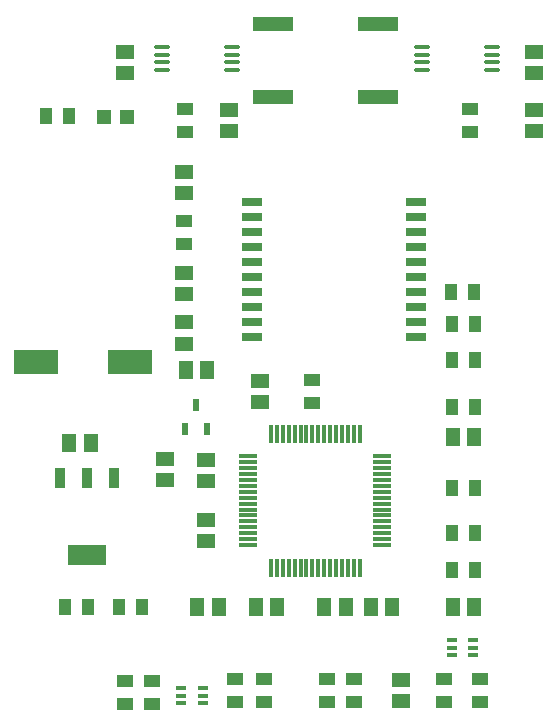
<source format=gtp>
G04*
G04 #@! TF.GenerationSoftware,Altium Limited,Altium Designer,18.1.6 (161)*
G04*
G04 Layer_Color=8421504*
%FSTAX24Y24*%
%MOIN*%
G70*
G01*
G75*
%ADD18R,0.0354X0.0157*%
%ADD19R,0.0531X0.0413*%
G04:AMPARAMS|DCode=20|XSize=61.4mil|YSize=11mil|CornerRadius=2.8mil|HoleSize=0mil|Usage=FLASHONLY|Rotation=0.000|XOffset=0mil|YOffset=0mil|HoleType=Round|Shape=RoundedRectangle|*
%AMROUNDEDRECTD20*
21,1,0.0614,0.0055,0,0,0.0*
21,1,0.0559,0.0110,0,0,0.0*
1,1,0.0055,0.0280,-0.0028*
1,1,0.0055,-0.0280,-0.0028*
1,1,0.0055,-0.0280,0.0028*
1,1,0.0055,0.0280,0.0028*
%
%ADD20ROUNDEDRECTD20*%
G04:AMPARAMS|DCode=21|XSize=61.4mil|YSize=11mil|CornerRadius=2.8mil|HoleSize=0mil|Usage=FLASHONLY|Rotation=270.000|XOffset=0mil|YOffset=0mil|HoleType=Round|Shape=RoundedRectangle|*
%AMROUNDEDRECTD21*
21,1,0.0614,0.0055,0,0,270.0*
21,1,0.0559,0.0110,0,0,270.0*
1,1,0.0055,-0.0028,-0.0280*
1,1,0.0055,-0.0028,0.0280*
1,1,0.0055,0.0028,0.0280*
1,1,0.0055,0.0028,-0.0280*
%
%ADD21ROUNDEDRECTD21*%
%ADD22R,0.0236X0.0394*%
%ADD23R,0.0472X0.0591*%
%ADD24R,0.0591X0.0472*%
%ADD25R,0.0472X0.0512*%
%ADD26R,0.0413X0.0531*%
%ADD27R,0.1358X0.0453*%
%ADD28R,0.1299X0.0650*%
%ADD29R,0.0374X0.0650*%
%ADD30O,0.0572X0.0139*%
%ADD31R,0.0709X0.0304*%
%ADD32R,0.0709X0.0304*%
%ADD33R,0.1500X0.0787*%
D18*
X034992Y024146D02*
D03*
Y024402D02*
D03*
X034283D02*
D03*
Y024146D02*
D03*
Y02389D02*
D03*
X034992D02*
D03*
X025965Y022298D02*
D03*
X025256D02*
D03*
Y022554D02*
D03*
Y02281D02*
D03*
X025965D02*
D03*
Y022554D02*
D03*
D19*
X030125Y023114D02*
D03*
Y022346D02*
D03*
X031003Y023114D02*
D03*
Y022346D02*
D03*
X029625Y032301D02*
D03*
Y033069D02*
D03*
X02534Y038364D02*
D03*
Y037596D02*
D03*
X034874Y041343D02*
D03*
Y042111D02*
D03*
X025374Y041343D02*
D03*
Y042111D02*
D03*
X034005Y023114D02*
D03*
Y022346D02*
D03*
X03522Y023114D02*
D03*
Y022346D02*
D03*
X028029D02*
D03*
Y023114D02*
D03*
X027037Y022346D02*
D03*
Y023114D02*
D03*
X024268Y022266D02*
D03*
Y023034D02*
D03*
X02339Y022256D02*
D03*
Y023024D02*
D03*
D20*
X03196Y030525D02*
D03*
Y030328D02*
D03*
Y030131D02*
D03*
Y029934D02*
D03*
Y029737D02*
D03*
Y029541D02*
D03*
Y029344D02*
D03*
Y029147D02*
D03*
Y02895D02*
D03*
Y028753D02*
D03*
Y028556D02*
D03*
Y028359D02*
D03*
Y028163D02*
D03*
Y027966D02*
D03*
Y027769D02*
D03*
Y027572D02*
D03*
X027488D02*
D03*
Y027769D02*
D03*
Y027966D02*
D03*
Y028163D02*
D03*
Y028359D02*
D03*
Y028556D02*
D03*
Y028753D02*
D03*
Y02895D02*
D03*
Y029147D02*
D03*
Y029344D02*
D03*
Y029541D02*
D03*
Y029737D02*
D03*
Y029934D02*
D03*
Y030131D02*
D03*
Y030328D02*
D03*
Y030525D02*
D03*
D21*
X0312Y026812D02*
D03*
X031003D02*
D03*
X030806D02*
D03*
X03061D02*
D03*
X030413D02*
D03*
X030216D02*
D03*
X030019D02*
D03*
X029822D02*
D03*
X029625D02*
D03*
X029429D02*
D03*
X029232D02*
D03*
X029035D02*
D03*
X028838D02*
D03*
X028641D02*
D03*
X028444D02*
D03*
X028247D02*
D03*
Y031285D02*
D03*
X028444D02*
D03*
X028641D02*
D03*
X028838D02*
D03*
X029035D02*
D03*
X029232D02*
D03*
X029429D02*
D03*
X029625D02*
D03*
X029822D02*
D03*
X030019D02*
D03*
X030216D02*
D03*
X030413D02*
D03*
X03061D02*
D03*
X030806D02*
D03*
X031003D02*
D03*
X0312D02*
D03*
D22*
X025366Y031446D02*
D03*
X026114D02*
D03*
X02574Y032234D02*
D03*
D23*
X03501Y025521D02*
D03*
X034301D02*
D03*
X030026Y025521D02*
D03*
X030734D02*
D03*
X03501Y031165D02*
D03*
X034301D02*
D03*
X028445Y025521D02*
D03*
X027736D02*
D03*
X022231Y030985D02*
D03*
X021523D02*
D03*
X026109Y033408D02*
D03*
X0254D02*
D03*
X026504Y025521D02*
D03*
X025796D02*
D03*
X032294Y025521D02*
D03*
X031586D02*
D03*
D24*
X02788Y033035D02*
D03*
Y032326D02*
D03*
X02607Y029706D02*
D03*
Y030414D02*
D03*
Y02771D02*
D03*
Y028419D02*
D03*
X03258Y02308D02*
D03*
Y022371D02*
D03*
X024702Y030436D02*
D03*
Y029728D02*
D03*
X02534Y034994D02*
D03*
Y034286D02*
D03*
X037009Y044016D02*
D03*
Y043307D02*
D03*
X02338D02*
D03*
Y044016D02*
D03*
X02535Y035931D02*
D03*
Y03664D02*
D03*
Y0393D02*
D03*
Y040009D02*
D03*
X037009Y041368D02*
D03*
Y042077D02*
D03*
X02684Y041368D02*
D03*
Y042077D02*
D03*
D25*
X022685Y04185D02*
D03*
X023452D02*
D03*
D26*
X034276Y02948D02*
D03*
X035044D02*
D03*
X034276Y02798D02*
D03*
X035044D02*
D03*
X034276Y03218D02*
D03*
X035044D02*
D03*
X034276Y02674D02*
D03*
X035044D02*
D03*
X020752Y04188D02*
D03*
X02152D02*
D03*
X034276Y03374D02*
D03*
X035044D02*
D03*
X034256Y036002D02*
D03*
X035024D02*
D03*
X034276Y034932D02*
D03*
X035044D02*
D03*
X021365Y025496D02*
D03*
X022132D02*
D03*
X023962D02*
D03*
X023194D02*
D03*
D27*
X031808Y044931D02*
D03*
Y042509D02*
D03*
X02832D02*
D03*
Y044931D02*
D03*
D28*
X02211Y027228D02*
D03*
D29*
X021204Y029807D02*
D03*
X02211D02*
D03*
X023016D02*
D03*
D30*
X033295Y044171D02*
D03*
Y043915D02*
D03*
Y04366D02*
D03*
Y043404D02*
D03*
X035599Y044171D02*
D03*
Y043915D02*
D03*
Y04366D02*
D03*
Y043404D02*
D03*
X024627Y044172D02*
D03*
Y043916D02*
D03*
Y04366D02*
D03*
Y043404D02*
D03*
X026932Y044172D02*
D03*
Y043916D02*
D03*
Y04366D02*
D03*
Y043404D02*
D03*
D31*
X027612Y039D02*
D03*
X027611Y0385D02*
D03*
Y038D02*
D03*
Y0375D02*
D03*
X027611Y037D02*
D03*
X027611Y0365D02*
D03*
Y036D02*
D03*
Y0355D02*
D03*
X027612Y0345D02*
D03*
X027611Y035D02*
D03*
D32*
X033089Y0385D02*
D03*
X033088Y039D02*
D03*
X033089Y038D02*
D03*
Y0375D02*
D03*
Y037D02*
D03*
X033089Y0365D02*
D03*
X033089Y036D02*
D03*
Y0355D02*
D03*
Y035D02*
D03*
X033088Y0345D02*
D03*
D33*
X020405Y03366D02*
D03*
X023555D02*
D03*
M02*

</source>
